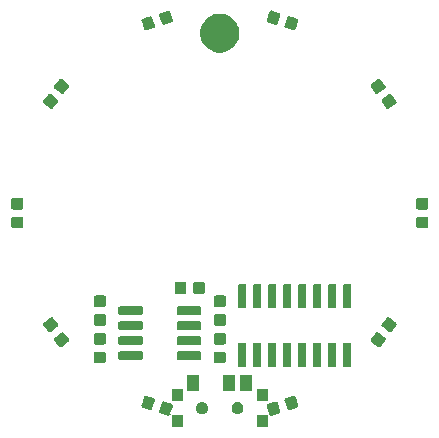
<source format=gbr>
G04 #@! TF.GenerationSoftware,KiCad,Pcbnew,(5.1.5-0-10_14)*
G04 #@! TF.CreationDate,2021-02-20T09:37:57-07:00*
G04 #@! TF.ProjectId,number_1_good_boy,6e756d62-6572-45f3-915f-676f6f645f62,rev?*
G04 #@! TF.SameCoordinates,Original*
G04 #@! TF.FileFunction,Soldermask,Top*
G04 #@! TF.FilePolarity,Negative*
%FSLAX46Y46*%
G04 Gerber Fmt 4.6, Leading zero omitted, Abs format (unit mm)*
G04 Created by KiCad (PCBNEW (5.1.5-0-10_14)) date 2021-02-20 09:37:57*
%MOMM*%
%LPD*%
G04 APERTURE LIST*
%ADD10C,0.100000*%
G04 APERTURE END LIST*
D10*
G36*
X4794167Y-15953614D02*
G01*
X4827240Y-15966559D01*
X4857146Y-15985703D01*
X4882744Y-16010314D01*
X4903048Y-16039447D01*
X4919754Y-16077638D01*
X5128716Y-16720755D01*
X5137649Y-16761469D01*
X5138345Y-16796975D01*
X5132104Y-16831928D01*
X5119159Y-16865003D01*
X5100017Y-16894906D01*
X5075404Y-16920505D01*
X5046271Y-16940809D01*
X5008080Y-16957515D01*
X4954482Y-16974930D01*
X4489891Y-17125885D01*
X4489888Y-17125886D01*
X4436292Y-17143300D01*
X4395578Y-17152233D01*
X4360072Y-17152929D01*
X4325119Y-17146688D01*
X4292046Y-17133743D01*
X4261564Y-17114230D01*
X4243390Y-17099903D01*
X4221556Y-17088779D01*
X4197972Y-17082127D01*
X4173543Y-17080205D01*
X4149209Y-17083086D01*
X4125905Y-17090658D01*
X4104525Y-17102631D01*
X4085892Y-17118546D01*
X4070722Y-17137789D01*
X4059598Y-17159623D01*
X4052946Y-17183207D01*
X4051000Y-17205180D01*
X4051000Y-18111000D01*
X3149000Y-18111000D01*
X3149000Y-17109000D01*
X4055538Y-17109000D01*
X4079924Y-17106598D01*
X4103373Y-17099485D01*
X4124984Y-17087934D01*
X4143926Y-17072389D01*
X4159471Y-17053447D01*
X4171022Y-17031836D01*
X4178135Y-17008387D01*
X4180537Y-16984001D01*
X4178135Y-16959615D01*
X4174419Y-16945374D01*
X3990570Y-16379547D01*
X3981637Y-16338833D01*
X3980941Y-16303327D01*
X3987182Y-16268374D01*
X4000127Y-16235299D01*
X4019269Y-16205396D01*
X4043882Y-16179797D01*
X4073015Y-16159493D01*
X4093526Y-16150521D01*
X4114906Y-16138547D01*
X4133538Y-16122633D01*
X4143218Y-16110353D01*
X4151613Y-16112900D01*
X4175999Y-16115302D01*
X4200385Y-16112900D01*
X4214623Y-16109185D01*
X4629395Y-15974417D01*
X4629399Y-15974416D01*
X4682994Y-15957002D01*
X4723708Y-15948069D01*
X4759214Y-15947373D01*
X4794167Y-15953614D01*
G37*
G36*
X-4723708Y-15948069D02*
G01*
X-4682994Y-15957002D01*
X-4629399Y-15974416D01*
X-4629395Y-15974417D01*
X-4214624Y-16109184D01*
X-4190691Y-16114436D01*
X-4166192Y-16114917D01*
X-4142991Y-16110774D01*
X-4131819Y-16124387D01*
X-4112877Y-16139932D01*
X-4093526Y-16150521D01*
X-4073015Y-16159493D01*
X-4043882Y-16179797D01*
X-4019271Y-16205395D01*
X-4000127Y-16235301D01*
X-3987182Y-16268374D01*
X-3980941Y-16303327D01*
X-3981637Y-16338833D01*
X-3990570Y-16379547D01*
X-4174419Y-16945374D01*
X-4179671Y-16969309D01*
X-4180152Y-16993808D01*
X-4175844Y-17017931D01*
X-4166913Y-17040749D01*
X-4153702Y-17061387D01*
X-4136718Y-17079051D01*
X-4116615Y-17093062D01*
X-4094165Y-17102882D01*
X-4070230Y-17108134D01*
X-4055538Y-17109000D01*
X-3149000Y-17109000D01*
X-3149000Y-18111000D01*
X-4051000Y-18111000D01*
X-4051000Y-17205180D01*
X-4053402Y-17180794D01*
X-4060515Y-17157345D01*
X-4072066Y-17135734D01*
X-4087611Y-17116792D01*
X-4106553Y-17101247D01*
X-4128164Y-17089696D01*
X-4151613Y-17082583D01*
X-4175999Y-17080181D01*
X-4200385Y-17082583D01*
X-4223834Y-17089696D01*
X-4245445Y-17101247D01*
X-4261672Y-17114300D01*
X-4292044Y-17133743D01*
X-4325119Y-17146688D01*
X-4360072Y-17152929D01*
X-4395578Y-17152233D01*
X-4436292Y-17143300D01*
X-4489888Y-17125886D01*
X-4489891Y-17125885D01*
X-4954482Y-16974930D01*
X-5008080Y-16957515D01*
X-5046271Y-16940809D01*
X-5075404Y-16920505D01*
X-5100015Y-16894907D01*
X-5119159Y-16865001D01*
X-5132104Y-16831928D01*
X-5138345Y-16796975D01*
X-5137649Y-16761469D01*
X-5128716Y-16720755D01*
X-4919754Y-16077638D01*
X-4903048Y-16039447D01*
X-4882744Y-16010314D01*
X-4857145Y-15985701D01*
X-4827242Y-15966559D01*
X-4794167Y-15953614D01*
X-4759214Y-15947373D01*
X-4723708Y-15948069D01*
G37*
G36*
X-1402260Y-16018627D02*
G01*
X-1353864Y-16028253D01*
X-1326840Y-16039447D01*
X-1262689Y-16066019D01*
X-1221938Y-16093248D01*
X-1180631Y-16120848D01*
X-1110848Y-16190631D01*
X-1100276Y-16206454D01*
X-1056019Y-16272689D01*
X-1035498Y-16322231D01*
X-1018253Y-16363864D01*
X-1013775Y-16386376D01*
X-1000302Y-16454107D01*
X-999000Y-16460656D01*
X-999000Y-16559344D01*
X-1018253Y-16656136D01*
X-1019848Y-16659986D01*
X-1056019Y-16747311D01*
X-1056020Y-16747312D01*
X-1110848Y-16829369D01*
X-1180631Y-16899152D01*
X-1221938Y-16926752D01*
X-1262689Y-16953981D01*
X-1313265Y-16974930D01*
X-1353864Y-16991747D01*
X-1402260Y-17001374D01*
X-1450655Y-17011000D01*
X-1549345Y-17011000D01*
X-1597740Y-17001374D01*
X-1646136Y-16991747D01*
X-1686735Y-16974930D01*
X-1737311Y-16953981D01*
X-1778062Y-16926752D01*
X-1819369Y-16899152D01*
X-1889152Y-16829369D01*
X-1943980Y-16747312D01*
X-1943981Y-16747311D01*
X-1980152Y-16659986D01*
X-1981747Y-16656136D01*
X-2001000Y-16559344D01*
X-2001000Y-16460656D01*
X-1999697Y-16454107D01*
X-1986225Y-16386376D01*
X-1981747Y-16363864D01*
X-1964502Y-16322231D01*
X-1943981Y-16272689D01*
X-1899724Y-16206454D01*
X-1889152Y-16190631D01*
X-1819369Y-16120848D01*
X-1778062Y-16093248D01*
X-1737311Y-16066019D01*
X-1673160Y-16039447D01*
X-1646136Y-16028253D01*
X-1597740Y-16018627D01*
X-1549345Y-16009000D01*
X-1450655Y-16009000D01*
X-1402260Y-16018627D01*
G37*
G36*
X1597740Y-16018627D02*
G01*
X1646136Y-16028253D01*
X1673160Y-16039447D01*
X1737311Y-16066019D01*
X1778062Y-16093248D01*
X1819369Y-16120848D01*
X1889152Y-16190631D01*
X1899724Y-16206454D01*
X1943981Y-16272689D01*
X1964502Y-16322231D01*
X1981747Y-16363864D01*
X1986225Y-16386376D01*
X1999698Y-16454107D01*
X2001000Y-16460656D01*
X2001000Y-16559344D01*
X1981747Y-16656136D01*
X1980152Y-16659986D01*
X1943981Y-16747311D01*
X1943980Y-16747312D01*
X1889152Y-16829369D01*
X1819369Y-16899152D01*
X1778062Y-16926752D01*
X1737311Y-16953981D01*
X1686735Y-16974930D01*
X1646136Y-16991747D01*
X1597740Y-17001374D01*
X1549345Y-17011000D01*
X1450655Y-17011000D01*
X1402260Y-17001374D01*
X1353864Y-16991747D01*
X1313265Y-16974930D01*
X1262689Y-16953981D01*
X1221938Y-16926752D01*
X1180631Y-16899152D01*
X1110848Y-16829369D01*
X1056020Y-16747312D01*
X1056019Y-16747311D01*
X1019848Y-16659986D01*
X1018253Y-16656136D01*
X999000Y-16559344D01*
X999000Y-16460656D01*
X1000303Y-16454107D01*
X1013775Y-16386376D01*
X1018253Y-16363864D01*
X1035498Y-16322231D01*
X1056019Y-16272689D01*
X1100276Y-16206454D01*
X1110848Y-16190631D01*
X1180631Y-16120848D01*
X1221938Y-16093248D01*
X1262689Y-16066019D01*
X1326840Y-16039447D01*
X1353864Y-16028253D01*
X1402260Y-16018627D01*
X1450655Y-16009000D01*
X1549345Y-16009000D01*
X1597740Y-16018627D01*
G37*
G36*
X-6221622Y-15461367D02*
G01*
X-6180908Y-15470300D01*
X-6127312Y-15487714D01*
X-6127309Y-15487715D01*
X-5927168Y-15552745D01*
X-5609120Y-15656085D01*
X-5570929Y-15672791D01*
X-5541796Y-15693095D01*
X-5517185Y-15718693D01*
X-5498041Y-15748599D01*
X-5485096Y-15781672D01*
X-5478855Y-15816625D01*
X-5479551Y-15852131D01*
X-5488484Y-15892845D01*
X-5697446Y-16535962D01*
X-5714152Y-16574153D01*
X-5734456Y-16603286D01*
X-5760055Y-16627899D01*
X-5789958Y-16647041D01*
X-5823033Y-16659986D01*
X-5857986Y-16666227D01*
X-5893492Y-16665531D01*
X-5934206Y-16656598D01*
X-5987802Y-16639184D01*
X-5987805Y-16639183D01*
X-6452396Y-16488228D01*
X-6505994Y-16470813D01*
X-6544185Y-16454107D01*
X-6573318Y-16433803D01*
X-6597929Y-16408205D01*
X-6617073Y-16378299D01*
X-6630018Y-16345226D01*
X-6636259Y-16310273D01*
X-6635563Y-16274767D01*
X-6626630Y-16234053D01*
X-6417668Y-15590936D01*
X-6400962Y-15552745D01*
X-6380658Y-15523612D01*
X-6355059Y-15498999D01*
X-6325156Y-15479857D01*
X-6292081Y-15466912D01*
X-6257128Y-15460671D01*
X-6221622Y-15461367D01*
G37*
G36*
X6292081Y-15466912D02*
G01*
X6325154Y-15479857D01*
X6355060Y-15499001D01*
X6380658Y-15523612D01*
X6400962Y-15552745D01*
X6417668Y-15590936D01*
X6626630Y-16234053D01*
X6635563Y-16274767D01*
X6636259Y-16310273D01*
X6630018Y-16345226D01*
X6617073Y-16378301D01*
X6597931Y-16408204D01*
X6573318Y-16433803D01*
X6544185Y-16454107D01*
X6505994Y-16470813D01*
X6452396Y-16488228D01*
X5987805Y-16639183D01*
X5987802Y-16639184D01*
X5934206Y-16656598D01*
X5893492Y-16665531D01*
X5857986Y-16666227D01*
X5823033Y-16659986D01*
X5789960Y-16647041D01*
X5760054Y-16627897D01*
X5734456Y-16603286D01*
X5714152Y-16574153D01*
X5697446Y-16535962D01*
X5488484Y-15892845D01*
X5479551Y-15852131D01*
X5478855Y-15816625D01*
X5485096Y-15781672D01*
X5498041Y-15748597D01*
X5517183Y-15718694D01*
X5541796Y-15693095D01*
X5570929Y-15672791D01*
X5609120Y-15656085D01*
X5927168Y-15552745D01*
X6127309Y-15487715D01*
X6127312Y-15487714D01*
X6180908Y-15470300D01*
X6221622Y-15461367D01*
X6257128Y-15460671D01*
X6292081Y-15466912D01*
G37*
G36*
X-3149000Y-15911000D02*
G01*
X-4043431Y-15911000D01*
X-4051000Y-15911746D01*
X-4051000Y-14909000D01*
X-3149000Y-14909000D01*
X-3149000Y-15911000D01*
G37*
G36*
X4051000Y-15911670D02*
G01*
X4043431Y-15911000D01*
X3149000Y-15911000D01*
X3149000Y-14909000D01*
X4051000Y-14909000D01*
X4051000Y-15911670D01*
G37*
G36*
X1251000Y-15061000D02*
G01*
X249000Y-15061000D01*
X249000Y-13709000D01*
X1251000Y-13709000D01*
X1251000Y-15061000D01*
G37*
G36*
X-1749000Y-15061000D02*
G01*
X-2751000Y-15061000D01*
X-2751000Y-13709000D01*
X-1749000Y-13709000D01*
X-1749000Y-15061000D01*
G37*
G36*
X2751000Y-15061000D02*
G01*
X1749000Y-15061000D01*
X1749000Y-13709000D01*
X2751000Y-13709000D01*
X2751000Y-15061000D01*
G37*
G36*
X11054928Y-10976764D02*
G01*
X11076009Y-10983160D01*
X11095445Y-10993548D01*
X11112476Y-11007524D01*
X11126452Y-11024555D01*
X11136840Y-11043991D01*
X11143236Y-11065072D01*
X11146000Y-11093140D01*
X11146000Y-12906860D01*
X11143236Y-12934928D01*
X11136840Y-12956009D01*
X11126452Y-12975445D01*
X11112476Y-12992476D01*
X11095445Y-13006452D01*
X11076009Y-13016840D01*
X11054928Y-13023236D01*
X11026860Y-13026000D01*
X10563140Y-13026000D01*
X10535072Y-13023236D01*
X10513991Y-13016840D01*
X10494555Y-13006452D01*
X10477524Y-12992476D01*
X10463548Y-12975445D01*
X10453160Y-12956009D01*
X10446764Y-12934928D01*
X10444000Y-12906860D01*
X10444000Y-11093140D01*
X10446764Y-11065072D01*
X10453160Y-11043991D01*
X10463548Y-11024555D01*
X10477524Y-11007524D01*
X10494555Y-10993548D01*
X10513991Y-10983160D01*
X10535072Y-10976764D01*
X10563140Y-10974000D01*
X11026860Y-10974000D01*
X11054928Y-10976764D01*
G37*
G36*
X9784928Y-10976764D02*
G01*
X9806009Y-10983160D01*
X9825445Y-10993548D01*
X9842476Y-11007524D01*
X9856452Y-11024555D01*
X9866840Y-11043991D01*
X9873236Y-11065072D01*
X9876000Y-11093140D01*
X9876000Y-12906860D01*
X9873236Y-12934928D01*
X9866840Y-12956009D01*
X9856452Y-12975445D01*
X9842476Y-12992476D01*
X9825445Y-13006452D01*
X9806009Y-13016840D01*
X9784928Y-13023236D01*
X9756860Y-13026000D01*
X9293140Y-13026000D01*
X9265072Y-13023236D01*
X9243991Y-13016840D01*
X9224555Y-13006452D01*
X9207524Y-12992476D01*
X9193548Y-12975445D01*
X9183160Y-12956009D01*
X9176764Y-12934928D01*
X9174000Y-12906860D01*
X9174000Y-11093140D01*
X9176764Y-11065072D01*
X9183160Y-11043991D01*
X9193548Y-11024555D01*
X9207524Y-11007524D01*
X9224555Y-10993548D01*
X9243991Y-10983160D01*
X9265072Y-10976764D01*
X9293140Y-10974000D01*
X9756860Y-10974000D01*
X9784928Y-10976764D01*
G37*
G36*
X8514928Y-10976764D02*
G01*
X8536009Y-10983160D01*
X8555445Y-10993548D01*
X8572476Y-11007524D01*
X8586452Y-11024555D01*
X8596840Y-11043991D01*
X8603236Y-11065072D01*
X8606000Y-11093140D01*
X8606000Y-12906860D01*
X8603236Y-12934928D01*
X8596840Y-12956009D01*
X8586452Y-12975445D01*
X8572476Y-12992476D01*
X8555445Y-13006452D01*
X8536009Y-13016840D01*
X8514928Y-13023236D01*
X8486860Y-13026000D01*
X8023140Y-13026000D01*
X7995072Y-13023236D01*
X7973991Y-13016840D01*
X7954555Y-13006452D01*
X7937524Y-12992476D01*
X7923548Y-12975445D01*
X7913160Y-12956009D01*
X7906764Y-12934928D01*
X7904000Y-12906860D01*
X7904000Y-11093140D01*
X7906764Y-11065072D01*
X7913160Y-11043991D01*
X7923548Y-11024555D01*
X7937524Y-11007524D01*
X7954555Y-10993548D01*
X7973991Y-10983160D01*
X7995072Y-10976764D01*
X8023140Y-10974000D01*
X8486860Y-10974000D01*
X8514928Y-10976764D01*
G37*
G36*
X7244928Y-10976764D02*
G01*
X7266009Y-10983160D01*
X7285445Y-10993548D01*
X7302476Y-11007524D01*
X7316452Y-11024555D01*
X7326840Y-11043991D01*
X7333236Y-11065072D01*
X7336000Y-11093140D01*
X7336000Y-12906860D01*
X7333236Y-12934928D01*
X7326840Y-12956009D01*
X7316452Y-12975445D01*
X7302476Y-12992476D01*
X7285445Y-13006452D01*
X7266009Y-13016840D01*
X7244928Y-13023236D01*
X7216860Y-13026000D01*
X6753140Y-13026000D01*
X6725072Y-13023236D01*
X6703991Y-13016840D01*
X6684555Y-13006452D01*
X6667524Y-12992476D01*
X6653548Y-12975445D01*
X6643160Y-12956009D01*
X6636764Y-12934928D01*
X6634000Y-12906860D01*
X6634000Y-11093140D01*
X6636764Y-11065072D01*
X6643160Y-11043991D01*
X6653548Y-11024555D01*
X6667524Y-11007524D01*
X6684555Y-10993548D01*
X6703991Y-10983160D01*
X6725072Y-10976764D01*
X6753140Y-10974000D01*
X7216860Y-10974000D01*
X7244928Y-10976764D01*
G37*
G36*
X5974928Y-10976764D02*
G01*
X5996009Y-10983160D01*
X6015445Y-10993548D01*
X6032476Y-11007524D01*
X6046452Y-11024555D01*
X6056840Y-11043991D01*
X6063236Y-11065072D01*
X6066000Y-11093140D01*
X6066000Y-12906860D01*
X6063236Y-12934928D01*
X6056840Y-12956009D01*
X6046452Y-12975445D01*
X6032476Y-12992476D01*
X6015445Y-13006452D01*
X5996009Y-13016840D01*
X5974928Y-13023236D01*
X5946860Y-13026000D01*
X5483140Y-13026000D01*
X5455072Y-13023236D01*
X5433991Y-13016840D01*
X5414555Y-13006452D01*
X5397524Y-12992476D01*
X5383548Y-12975445D01*
X5373160Y-12956009D01*
X5366764Y-12934928D01*
X5364000Y-12906860D01*
X5364000Y-11093140D01*
X5366764Y-11065072D01*
X5373160Y-11043991D01*
X5383548Y-11024555D01*
X5397524Y-11007524D01*
X5414555Y-10993548D01*
X5433991Y-10983160D01*
X5455072Y-10976764D01*
X5483140Y-10974000D01*
X5946860Y-10974000D01*
X5974928Y-10976764D01*
G37*
G36*
X4704928Y-10976764D02*
G01*
X4726009Y-10983160D01*
X4745445Y-10993548D01*
X4762476Y-11007524D01*
X4776452Y-11024555D01*
X4786840Y-11043991D01*
X4793236Y-11065072D01*
X4796000Y-11093140D01*
X4796000Y-12906860D01*
X4793236Y-12934928D01*
X4786840Y-12956009D01*
X4776452Y-12975445D01*
X4762476Y-12992476D01*
X4745445Y-13006452D01*
X4726009Y-13016840D01*
X4704928Y-13023236D01*
X4676860Y-13026000D01*
X4213140Y-13026000D01*
X4185072Y-13023236D01*
X4163991Y-13016840D01*
X4144555Y-13006452D01*
X4127524Y-12992476D01*
X4113548Y-12975445D01*
X4103160Y-12956009D01*
X4096764Y-12934928D01*
X4094000Y-12906860D01*
X4094000Y-11093140D01*
X4096764Y-11065072D01*
X4103160Y-11043991D01*
X4113548Y-11024555D01*
X4127524Y-11007524D01*
X4144555Y-10993548D01*
X4163991Y-10983160D01*
X4185072Y-10976764D01*
X4213140Y-10974000D01*
X4676860Y-10974000D01*
X4704928Y-10976764D01*
G37*
G36*
X3434928Y-10976764D02*
G01*
X3456009Y-10983160D01*
X3475445Y-10993548D01*
X3492476Y-11007524D01*
X3506452Y-11024555D01*
X3516840Y-11043991D01*
X3523236Y-11065072D01*
X3526000Y-11093140D01*
X3526000Y-12906860D01*
X3523236Y-12934928D01*
X3516840Y-12956009D01*
X3506452Y-12975445D01*
X3492476Y-12992476D01*
X3475445Y-13006452D01*
X3456009Y-13016840D01*
X3434928Y-13023236D01*
X3406860Y-13026000D01*
X2943140Y-13026000D01*
X2915072Y-13023236D01*
X2893991Y-13016840D01*
X2874555Y-13006452D01*
X2857524Y-12992476D01*
X2843548Y-12975445D01*
X2833160Y-12956009D01*
X2826764Y-12934928D01*
X2824000Y-12906860D01*
X2824000Y-11093140D01*
X2826764Y-11065072D01*
X2833160Y-11043991D01*
X2843548Y-11024555D01*
X2857524Y-11007524D01*
X2874555Y-10993548D01*
X2893991Y-10983160D01*
X2915072Y-10976764D01*
X2943140Y-10974000D01*
X3406860Y-10974000D01*
X3434928Y-10976764D01*
G37*
G36*
X2164928Y-10976764D02*
G01*
X2186009Y-10983160D01*
X2205445Y-10993548D01*
X2222476Y-11007524D01*
X2236452Y-11024555D01*
X2246840Y-11043991D01*
X2253236Y-11065072D01*
X2256000Y-11093140D01*
X2256000Y-12906860D01*
X2253236Y-12934928D01*
X2246840Y-12956009D01*
X2236452Y-12975445D01*
X2222476Y-12992476D01*
X2205445Y-13006452D01*
X2186009Y-13016840D01*
X2164928Y-13023236D01*
X2136860Y-13026000D01*
X1673140Y-13026000D01*
X1645072Y-13023236D01*
X1623991Y-13016840D01*
X1604555Y-13006452D01*
X1587524Y-12992476D01*
X1573548Y-12975445D01*
X1563160Y-12956009D01*
X1556764Y-12934928D01*
X1554000Y-12906860D01*
X1554000Y-11093140D01*
X1556764Y-11065072D01*
X1563160Y-11043991D01*
X1573548Y-11024555D01*
X1587524Y-11007524D01*
X1604555Y-10993548D01*
X1623991Y-10983160D01*
X1645072Y-10976764D01*
X1673140Y-10974000D01*
X2136860Y-10974000D01*
X2164928Y-10976764D01*
G37*
G36*
X-9780409Y-11733085D02*
G01*
X-9746431Y-11743393D01*
X-9715110Y-11760134D01*
X-9687661Y-11782661D01*
X-9665134Y-11810110D01*
X-9648393Y-11841431D01*
X-9638085Y-11875409D01*
X-9634000Y-11916890D01*
X-9634000Y-12518110D01*
X-9638085Y-12559591D01*
X-9648393Y-12593569D01*
X-9665134Y-12624890D01*
X-9687661Y-12652339D01*
X-9715110Y-12674866D01*
X-9746431Y-12691607D01*
X-9780409Y-12701915D01*
X-9821890Y-12706000D01*
X-10498110Y-12706000D01*
X-10539591Y-12701915D01*
X-10573569Y-12691607D01*
X-10604890Y-12674866D01*
X-10632339Y-12652339D01*
X-10654866Y-12624890D01*
X-10671607Y-12593569D01*
X-10681915Y-12559591D01*
X-10686000Y-12518110D01*
X-10686000Y-11916890D01*
X-10681915Y-11875409D01*
X-10671607Y-11841431D01*
X-10654866Y-11810110D01*
X-10632339Y-11782661D01*
X-10604890Y-11760134D01*
X-10573569Y-11743393D01*
X-10539591Y-11733085D01*
X-10498110Y-11729000D01*
X-9821890Y-11729000D01*
X-9780409Y-11733085D01*
G37*
G36*
X379591Y-11733085D02*
G01*
X413569Y-11743393D01*
X444890Y-11760134D01*
X472339Y-11782661D01*
X494866Y-11810110D01*
X511607Y-11841431D01*
X521915Y-11875409D01*
X526000Y-11916890D01*
X526000Y-12518110D01*
X521915Y-12559591D01*
X511607Y-12593569D01*
X494866Y-12624890D01*
X472339Y-12652339D01*
X444890Y-12674866D01*
X413569Y-12691607D01*
X379591Y-12701915D01*
X338110Y-12706000D01*
X-338110Y-12706000D01*
X-379591Y-12701915D01*
X-413569Y-12691607D01*
X-444890Y-12674866D01*
X-472339Y-12652339D01*
X-494866Y-12624890D01*
X-511607Y-12593569D01*
X-521915Y-12559591D01*
X-526000Y-12518110D01*
X-526000Y-11916890D01*
X-521915Y-11875409D01*
X-511607Y-11841431D01*
X-494866Y-11810110D01*
X-472339Y-11782661D01*
X-444890Y-11760134D01*
X-413569Y-11743393D01*
X-379591Y-11733085D01*
X-338110Y-11729000D01*
X338110Y-11729000D01*
X379591Y-11733085D01*
G37*
G36*
X-6620072Y-11716764D02*
G01*
X-6598991Y-11723160D01*
X-6579555Y-11733548D01*
X-6562524Y-11747524D01*
X-6548548Y-11764555D01*
X-6538160Y-11783991D01*
X-6531764Y-11805072D01*
X-6529000Y-11833140D01*
X-6529000Y-12296860D01*
X-6531764Y-12324928D01*
X-6538160Y-12346009D01*
X-6548548Y-12365445D01*
X-6562524Y-12382476D01*
X-6579555Y-12396452D01*
X-6598991Y-12406840D01*
X-6620072Y-12413236D01*
X-6648140Y-12416000D01*
X-8461860Y-12416000D01*
X-8489928Y-12413236D01*
X-8511009Y-12406840D01*
X-8530445Y-12396452D01*
X-8547476Y-12382476D01*
X-8561452Y-12365445D01*
X-8571840Y-12346009D01*
X-8578236Y-12324928D01*
X-8581000Y-12296860D01*
X-8581000Y-11833140D01*
X-8578236Y-11805072D01*
X-8571840Y-11783991D01*
X-8561452Y-11764555D01*
X-8547476Y-11747524D01*
X-8530445Y-11733548D01*
X-8511009Y-11723160D01*
X-8489928Y-11716764D01*
X-8461860Y-11714000D01*
X-6648140Y-11714000D01*
X-6620072Y-11716764D01*
G37*
G36*
X-1670072Y-11716764D02*
G01*
X-1648991Y-11723160D01*
X-1629555Y-11733548D01*
X-1612524Y-11747524D01*
X-1598548Y-11764555D01*
X-1588160Y-11783991D01*
X-1581764Y-11805072D01*
X-1579000Y-11833140D01*
X-1579000Y-12296860D01*
X-1581764Y-12324928D01*
X-1588160Y-12346009D01*
X-1598548Y-12365445D01*
X-1612524Y-12382476D01*
X-1629555Y-12396452D01*
X-1648991Y-12406840D01*
X-1670072Y-12413236D01*
X-1698140Y-12416000D01*
X-3511860Y-12416000D01*
X-3539928Y-12413236D01*
X-3561009Y-12406840D01*
X-3580445Y-12396452D01*
X-3597476Y-12382476D01*
X-3611452Y-12365445D01*
X-3621840Y-12346009D01*
X-3628236Y-12324928D01*
X-3631000Y-12296860D01*
X-3631000Y-11833140D01*
X-3628236Y-11805072D01*
X-3621840Y-11783991D01*
X-3611452Y-11764555D01*
X-3597476Y-11747524D01*
X-3580445Y-11733548D01*
X-3561009Y-11723160D01*
X-3539928Y-11716764D01*
X-3511860Y-11714000D01*
X-1698140Y-11714000D01*
X-1670072Y-11716764D01*
G37*
G36*
X13349605Y-10094249D02*
G01*
X13383156Y-10105884D01*
X13419114Y-10126959D01*
X13464712Y-10160088D01*
X13896193Y-10473577D01*
X13966192Y-10524435D01*
X13997342Y-10552115D01*
X14018780Y-10580435D01*
X14034274Y-10612379D01*
X14043241Y-10646744D01*
X14045332Y-10682194D01*
X14040467Y-10717367D01*
X14028833Y-10750915D01*
X14007754Y-10786879D01*
X13974628Y-10832473D01*
X13744295Y-11149500D01*
X13654365Y-11273277D01*
X13626681Y-11304432D01*
X13598370Y-11325863D01*
X13566420Y-11341360D01*
X13532056Y-11350327D01*
X13496606Y-11352418D01*
X13461433Y-11347553D01*
X13427882Y-11335918D01*
X13391924Y-11314843D01*
X13159532Y-11146000D01*
X12890445Y-10950497D01*
X12890443Y-10950495D01*
X12844846Y-10917367D01*
X12813696Y-10889687D01*
X12792258Y-10861367D01*
X12776764Y-10829423D01*
X12767797Y-10795058D01*
X12765706Y-10759608D01*
X12770571Y-10724435D01*
X12782205Y-10690887D01*
X12803284Y-10654923D01*
X12954520Y-10446764D01*
X13123543Y-10214124D01*
X13123545Y-10214122D01*
X13156673Y-10168525D01*
X13184357Y-10137370D01*
X13212668Y-10115939D01*
X13244618Y-10100442D01*
X13278982Y-10091475D01*
X13314432Y-10089384D01*
X13349605Y-10094249D01*
G37*
G36*
X-13278982Y-10091475D02*
G01*
X-13244617Y-10100442D01*
X-13212673Y-10115936D01*
X-13184354Y-10137373D01*
X-13156673Y-10168525D01*
X-13123545Y-10214122D01*
X-13123543Y-10214124D01*
X-12954520Y-10446764D01*
X-12803284Y-10654923D01*
X-12782205Y-10690887D01*
X-12770571Y-10724435D01*
X-12765706Y-10759608D01*
X-12767797Y-10795058D01*
X-12776764Y-10829422D01*
X-12792261Y-10861372D01*
X-12813692Y-10889684D01*
X-12844846Y-10917367D01*
X-12890443Y-10950495D01*
X-12890445Y-10950497D01*
X-13159532Y-11146000D01*
X-13391924Y-11314843D01*
X-13427882Y-11335918D01*
X-13461433Y-11347553D01*
X-13496606Y-11352418D01*
X-13532056Y-11350327D01*
X-13566421Y-11341360D01*
X-13598365Y-11325866D01*
X-13626684Y-11304429D01*
X-13654365Y-11273277D01*
X-13744294Y-11149500D01*
X-13974628Y-10832473D01*
X-14007754Y-10786879D01*
X-14028833Y-10750915D01*
X-14040467Y-10717367D01*
X-14045332Y-10682194D01*
X-14043241Y-10646744D01*
X-14034274Y-10612380D01*
X-14018777Y-10580430D01*
X-13997346Y-10552118D01*
X-13966192Y-10524435D01*
X-13896192Y-10473577D01*
X-13464712Y-10160088D01*
X-13419114Y-10126959D01*
X-13383156Y-10105884D01*
X-13349605Y-10094249D01*
X-13314432Y-10089384D01*
X-13278982Y-10091475D01*
G37*
G36*
X-6620072Y-10446764D02*
G01*
X-6598991Y-10453160D01*
X-6579555Y-10463548D01*
X-6562524Y-10477524D01*
X-6548548Y-10494555D01*
X-6538160Y-10513991D01*
X-6531764Y-10535072D01*
X-6529000Y-10563140D01*
X-6529000Y-11026860D01*
X-6531764Y-11054928D01*
X-6538160Y-11076009D01*
X-6548548Y-11095445D01*
X-6562524Y-11112476D01*
X-6579555Y-11126452D01*
X-6598991Y-11136840D01*
X-6620072Y-11143236D01*
X-6648140Y-11146000D01*
X-8461860Y-11146000D01*
X-8489928Y-11143236D01*
X-8511009Y-11136840D01*
X-8530445Y-11126452D01*
X-8547476Y-11112476D01*
X-8561452Y-11095445D01*
X-8571840Y-11076009D01*
X-8578236Y-11054928D01*
X-8581000Y-11026860D01*
X-8581000Y-10563140D01*
X-8578236Y-10535072D01*
X-8571840Y-10513991D01*
X-8561452Y-10494555D01*
X-8547476Y-10477524D01*
X-8530445Y-10463548D01*
X-8511009Y-10453160D01*
X-8489928Y-10446764D01*
X-8461860Y-10444000D01*
X-6648140Y-10444000D01*
X-6620072Y-10446764D01*
G37*
G36*
X-1670072Y-10446764D02*
G01*
X-1648991Y-10453160D01*
X-1629555Y-10463548D01*
X-1612524Y-10477524D01*
X-1598548Y-10494555D01*
X-1588160Y-10513991D01*
X-1581764Y-10535072D01*
X-1579000Y-10563140D01*
X-1579000Y-11026860D01*
X-1581764Y-11054928D01*
X-1588160Y-11076009D01*
X-1598548Y-11095445D01*
X-1612524Y-11112476D01*
X-1629555Y-11126452D01*
X-1648991Y-11136840D01*
X-1670072Y-11143236D01*
X-1698140Y-11146000D01*
X-3511860Y-11146000D01*
X-3539928Y-11143236D01*
X-3561009Y-11136840D01*
X-3580445Y-11126452D01*
X-3597476Y-11112476D01*
X-3611452Y-11095445D01*
X-3621840Y-11076009D01*
X-3628236Y-11054928D01*
X-3631000Y-11026860D01*
X-3631000Y-10563140D01*
X-3628236Y-10535072D01*
X-3621840Y-10513991D01*
X-3611452Y-10494555D01*
X-3597476Y-10477524D01*
X-3580445Y-10463548D01*
X-3561009Y-10453160D01*
X-3539928Y-10446764D01*
X-3511860Y-10444000D01*
X-1698140Y-10444000D01*
X-1670072Y-10446764D01*
G37*
G36*
X-9780409Y-10158085D02*
G01*
X-9746431Y-10168393D01*
X-9715110Y-10185134D01*
X-9687661Y-10207661D01*
X-9665134Y-10235110D01*
X-9648393Y-10266431D01*
X-9638085Y-10300409D01*
X-9634000Y-10341890D01*
X-9634000Y-10943110D01*
X-9638085Y-10984591D01*
X-9648393Y-11018569D01*
X-9665134Y-11049890D01*
X-9687661Y-11077339D01*
X-9715110Y-11099866D01*
X-9746431Y-11116607D01*
X-9780409Y-11126915D01*
X-9821890Y-11131000D01*
X-10498110Y-11131000D01*
X-10539591Y-11126915D01*
X-10573569Y-11116607D01*
X-10604890Y-11099866D01*
X-10632339Y-11077339D01*
X-10654866Y-11049890D01*
X-10671607Y-11018569D01*
X-10681915Y-10984591D01*
X-10686000Y-10943110D01*
X-10686000Y-10341890D01*
X-10681915Y-10300409D01*
X-10671607Y-10266431D01*
X-10654866Y-10235110D01*
X-10632339Y-10207661D01*
X-10604890Y-10185134D01*
X-10573569Y-10168393D01*
X-10539591Y-10158085D01*
X-10498110Y-10154000D01*
X-9821890Y-10154000D01*
X-9780409Y-10158085D01*
G37*
G36*
X379591Y-10158085D02*
G01*
X413569Y-10168393D01*
X444890Y-10185134D01*
X472339Y-10207661D01*
X494866Y-10235110D01*
X511607Y-10266431D01*
X521915Y-10300409D01*
X526000Y-10341890D01*
X526000Y-10943110D01*
X521915Y-10984591D01*
X511607Y-11018569D01*
X494866Y-11049890D01*
X472339Y-11077339D01*
X444890Y-11099866D01*
X413569Y-11116607D01*
X379591Y-11126915D01*
X338110Y-11131000D01*
X-338110Y-11131000D01*
X-379591Y-11126915D01*
X-413569Y-11116607D01*
X-444890Y-11099866D01*
X-472339Y-11077339D01*
X-494866Y-11049890D01*
X-511607Y-11018569D01*
X-521915Y-10984591D01*
X-526000Y-10943110D01*
X-526000Y-10341890D01*
X-521915Y-10300409D01*
X-511607Y-10266431D01*
X-494866Y-10235110D01*
X-472339Y-10207661D01*
X-444890Y-10185134D01*
X-413569Y-10168393D01*
X-379591Y-10158085D01*
X-338110Y-10154000D01*
X338110Y-10154000D01*
X379591Y-10158085D01*
G37*
G36*
X14275367Y-8820047D02*
G01*
X14308918Y-8831682D01*
X14344876Y-8852757D01*
X14390474Y-8885886D01*
X14833171Y-9207524D01*
X14891954Y-9250233D01*
X14923104Y-9277913D01*
X14944542Y-9306233D01*
X14960036Y-9338177D01*
X14969003Y-9372542D01*
X14971094Y-9407992D01*
X14966229Y-9443165D01*
X14954595Y-9476713D01*
X14933516Y-9512677D01*
X14900390Y-9558271D01*
X14669547Y-9876000D01*
X14580127Y-9999075D01*
X14552443Y-10030230D01*
X14524132Y-10051661D01*
X14492182Y-10067158D01*
X14457818Y-10076125D01*
X14422368Y-10078216D01*
X14387195Y-10073351D01*
X14353644Y-10061716D01*
X14317686Y-10040641D01*
X14050368Y-9846423D01*
X13816207Y-9676295D01*
X13816205Y-9676293D01*
X13770608Y-9643165D01*
X13739458Y-9615485D01*
X13718020Y-9587165D01*
X13702526Y-9555221D01*
X13693559Y-9520856D01*
X13691468Y-9485406D01*
X13696333Y-9450233D01*
X13707967Y-9416685D01*
X13729046Y-9380721D01*
X13813070Y-9265072D01*
X14049305Y-8939922D01*
X14049307Y-8939920D01*
X14082435Y-8894323D01*
X14110119Y-8863168D01*
X14138430Y-8841737D01*
X14170380Y-8826240D01*
X14204744Y-8817273D01*
X14240194Y-8815182D01*
X14275367Y-8820047D01*
G37*
G36*
X-14204744Y-8817273D02*
G01*
X-14170379Y-8826240D01*
X-14138435Y-8841734D01*
X-14110116Y-8863171D01*
X-14082435Y-8894323D01*
X-14049307Y-8939920D01*
X-14049305Y-8939922D01*
X-13813070Y-9265072D01*
X-13729046Y-9380721D01*
X-13707967Y-9416685D01*
X-13696333Y-9450233D01*
X-13691468Y-9485406D01*
X-13693559Y-9520856D01*
X-13702526Y-9555220D01*
X-13718023Y-9587170D01*
X-13739454Y-9615482D01*
X-13770608Y-9643165D01*
X-13816205Y-9676293D01*
X-13816207Y-9676295D01*
X-14050368Y-9846423D01*
X-14317686Y-10040641D01*
X-14353644Y-10061716D01*
X-14387195Y-10073351D01*
X-14422368Y-10078216D01*
X-14457818Y-10076125D01*
X-14492183Y-10067158D01*
X-14524127Y-10051664D01*
X-14552446Y-10030227D01*
X-14580127Y-9999075D01*
X-14669546Y-9876000D01*
X-14900390Y-9558271D01*
X-14933516Y-9512677D01*
X-14954595Y-9476713D01*
X-14966229Y-9443165D01*
X-14971094Y-9407992D01*
X-14969003Y-9372542D01*
X-14960036Y-9338178D01*
X-14944539Y-9306228D01*
X-14923108Y-9277916D01*
X-14891954Y-9250233D01*
X-14833170Y-9207524D01*
X-14390474Y-8885886D01*
X-14344876Y-8852757D01*
X-14308918Y-8831682D01*
X-14275367Y-8820047D01*
X-14240194Y-8815182D01*
X-14204744Y-8817273D01*
G37*
G36*
X-1670072Y-9176764D02*
G01*
X-1648991Y-9183160D01*
X-1629555Y-9193548D01*
X-1612524Y-9207524D01*
X-1598548Y-9224555D01*
X-1588160Y-9243991D01*
X-1581764Y-9265072D01*
X-1579000Y-9293140D01*
X-1579000Y-9756860D01*
X-1581764Y-9784928D01*
X-1588160Y-9806009D01*
X-1598548Y-9825445D01*
X-1612524Y-9842476D01*
X-1629555Y-9856452D01*
X-1648991Y-9866840D01*
X-1670072Y-9873236D01*
X-1698140Y-9876000D01*
X-3511860Y-9876000D01*
X-3539928Y-9873236D01*
X-3561009Y-9866840D01*
X-3580445Y-9856452D01*
X-3597476Y-9842476D01*
X-3611452Y-9825445D01*
X-3621840Y-9806009D01*
X-3628236Y-9784928D01*
X-3631000Y-9756860D01*
X-3631000Y-9293140D01*
X-3628236Y-9265072D01*
X-3621840Y-9243991D01*
X-3611452Y-9224555D01*
X-3597476Y-9207524D01*
X-3580445Y-9193548D01*
X-3561009Y-9183160D01*
X-3539928Y-9176764D01*
X-3511860Y-9174000D01*
X-1698140Y-9174000D01*
X-1670072Y-9176764D01*
G37*
G36*
X-6620072Y-9176764D02*
G01*
X-6598991Y-9183160D01*
X-6579555Y-9193548D01*
X-6562524Y-9207524D01*
X-6548548Y-9224555D01*
X-6538160Y-9243991D01*
X-6531764Y-9265072D01*
X-6529000Y-9293140D01*
X-6529000Y-9756860D01*
X-6531764Y-9784928D01*
X-6538160Y-9806009D01*
X-6548548Y-9825445D01*
X-6562524Y-9842476D01*
X-6579555Y-9856452D01*
X-6598991Y-9866840D01*
X-6620072Y-9873236D01*
X-6648140Y-9876000D01*
X-8461860Y-9876000D01*
X-8489928Y-9873236D01*
X-8511009Y-9866840D01*
X-8530445Y-9856452D01*
X-8547476Y-9842476D01*
X-8561452Y-9825445D01*
X-8571840Y-9806009D01*
X-8578236Y-9784928D01*
X-8581000Y-9756860D01*
X-8581000Y-9293140D01*
X-8578236Y-9265072D01*
X-8571840Y-9243991D01*
X-8561452Y-9224555D01*
X-8547476Y-9207524D01*
X-8530445Y-9193548D01*
X-8511009Y-9183160D01*
X-8489928Y-9176764D01*
X-8461860Y-9174000D01*
X-6648140Y-9174000D01*
X-6620072Y-9176764D01*
G37*
G36*
X379591Y-8558085D02*
G01*
X413569Y-8568393D01*
X444890Y-8585134D01*
X472339Y-8607661D01*
X494866Y-8635110D01*
X511607Y-8666431D01*
X521915Y-8700409D01*
X526000Y-8741890D01*
X526000Y-9343110D01*
X521915Y-9384591D01*
X511607Y-9418569D01*
X494866Y-9449890D01*
X472339Y-9477339D01*
X444890Y-9499866D01*
X413569Y-9516607D01*
X379591Y-9526915D01*
X338110Y-9531000D01*
X-338110Y-9531000D01*
X-379591Y-9526915D01*
X-413569Y-9516607D01*
X-444890Y-9499866D01*
X-472339Y-9477339D01*
X-494866Y-9449890D01*
X-511607Y-9418569D01*
X-521915Y-9384591D01*
X-526000Y-9343110D01*
X-526000Y-8741890D01*
X-521915Y-8700409D01*
X-511607Y-8666431D01*
X-494866Y-8635110D01*
X-472339Y-8607661D01*
X-444890Y-8585134D01*
X-413569Y-8568393D01*
X-379591Y-8558085D01*
X-338110Y-8554000D01*
X338110Y-8554000D01*
X379591Y-8558085D01*
G37*
G36*
X-9780409Y-8558085D02*
G01*
X-9746431Y-8568393D01*
X-9715110Y-8585134D01*
X-9687661Y-8607661D01*
X-9665134Y-8635110D01*
X-9648393Y-8666431D01*
X-9638085Y-8700409D01*
X-9634000Y-8741890D01*
X-9634000Y-9343110D01*
X-9638085Y-9384591D01*
X-9648393Y-9418569D01*
X-9665134Y-9449890D01*
X-9687661Y-9477339D01*
X-9715110Y-9499866D01*
X-9746431Y-9516607D01*
X-9780409Y-9526915D01*
X-9821890Y-9531000D01*
X-10498110Y-9531000D01*
X-10539591Y-9526915D01*
X-10573569Y-9516607D01*
X-10604890Y-9499866D01*
X-10632339Y-9477339D01*
X-10654866Y-9449890D01*
X-10671607Y-9418569D01*
X-10681915Y-9384591D01*
X-10686000Y-9343110D01*
X-10686000Y-8741890D01*
X-10681915Y-8700409D01*
X-10671607Y-8666431D01*
X-10654866Y-8635110D01*
X-10632339Y-8607661D01*
X-10604890Y-8585134D01*
X-10573569Y-8568393D01*
X-10539591Y-8558085D01*
X-10498110Y-8554000D01*
X-9821890Y-8554000D01*
X-9780409Y-8558085D01*
G37*
G36*
X-1670072Y-7906764D02*
G01*
X-1648991Y-7913160D01*
X-1629555Y-7923548D01*
X-1612524Y-7937524D01*
X-1598548Y-7954555D01*
X-1588160Y-7973991D01*
X-1581764Y-7995072D01*
X-1579000Y-8023140D01*
X-1579000Y-8486860D01*
X-1581764Y-8514928D01*
X-1588160Y-8536009D01*
X-1598548Y-8555445D01*
X-1612524Y-8572476D01*
X-1629555Y-8586452D01*
X-1648991Y-8596840D01*
X-1670072Y-8603236D01*
X-1698140Y-8606000D01*
X-3511860Y-8606000D01*
X-3539928Y-8603236D01*
X-3561009Y-8596840D01*
X-3580445Y-8586452D01*
X-3597476Y-8572476D01*
X-3611452Y-8555445D01*
X-3621840Y-8536009D01*
X-3628236Y-8514928D01*
X-3631000Y-8486860D01*
X-3631000Y-8023140D01*
X-3628236Y-7995072D01*
X-3621840Y-7973991D01*
X-3611452Y-7954555D01*
X-3597476Y-7937524D01*
X-3580445Y-7923548D01*
X-3561009Y-7913160D01*
X-3539928Y-7906764D01*
X-3511860Y-7904000D01*
X-1698140Y-7904000D01*
X-1670072Y-7906764D01*
G37*
G36*
X-6620072Y-7906764D02*
G01*
X-6598991Y-7913160D01*
X-6579555Y-7923548D01*
X-6562524Y-7937524D01*
X-6548548Y-7954555D01*
X-6538160Y-7973991D01*
X-6531764Y-7995072D01*
X-6529000Y-8023140D01*
X-6529000Y-8486860D01*
X-6531764Y-8514928D01*
X-6538160Y-8536009D01*
X-6548548Y-8555445D01*
X-6562524Y-8572476D01*
X-6579555Y-8586452D01*
X-6598991Y-8596840D01*
X-6620072Y-8603236D01*
X-6648140Y-8606000D01*
X-8461860Y-8606000D01*
X-8489928Y-8603236D01*
X-8511009Y-8596840D01*
X-8530445Y-8586452D01*
X-8547476Y-8572476D01*
X-8561452Y-8555445D01*
X-8571840Y-8536009D01*
X-8578236Y-8514928D01*
X-8581000Y-8486860D01*
X-8581000Y-8023140D01*
X-8578236Y-7995072D01*
X-8571840Y-7973991D01*
X-8561452Y-7954555D01*
X-8547476Y-7937524D01*
X-8530445Y-7923548D01*
X-8511009Y-7913160D01*
X-8489928Y-7906764D01*
X-8461860Y-7904000D01*
X-6648140Y-7904000D01*
X-6620072Y-7906764D01*
G37*
G36*
X2164928Y-6026764D02*
G01*
X2186009Y-6033160D01*
X2205445Y-6043548D01*
X2222476Y-6057524D01*
X2236452Y-6074555D01*
X2246840Y-6093991D01*
X2253236Y-6115072D01*
X2256000Y-6143140D01*
X2256000Y-7956860D01*
X2253236Y-7984928D01*
X2246840Y-8006009D01*
X2236452Y-8025445D01*
X2222476Y-8042476D01*
X2205445Y-8056452D01*
X2186009Y-8066840D01*
X2164928Y-8073236D01*
X2136860Y-8076000D01*
X1673140Y-8076000D01*
X1645072Y-8073236D01*
X1623991Y-8066840D01*
X1604555Y-8056452D01*
X1587524Y-8042476D01*
X1573548Y-8025445D01*
X1563160Y-8006009D01*
X1556764Y-7984928D01*
X1554000Y-7956860D01*
X1554000Y-6143140D01*
X1556764Y-6115072D01*
X1563160Y-6093991D01*
X1573548Y-6074555D01*
X1587524Y-6057524D01*
X1604555Y-6043548D01*
X1623991Y-6033160D01*
X1645072Y-6026764D01*
X1673140Y-6024000D01*
X2136860Y-6024000D01*
X2164928Y-6026764D01*
G37*
G36*
X7244928Y-6026764D02*
G01*
X7266009Y-6033160D01*
X7285445Y-6043548D01*
X7302476Y-6057524D01*
X7316452Y-6074555D01*
X7326840Y-6093991D01*
X7333236Y-6115072D01*
X7336000Y-6143140D01*
X7336000Y-7956860D01*
X7333236Y-7984928D01*
X7326840Y-8006009D01*
X7316452Y-8025445D01*
X7302476Y-8042476D01*
X7285445Y-8056452D01*
X7266009Y-8066840D01*
X7244928Y-8073236D01*
X7216860Y-8076000D01*
X6753140Y-8076000D01*
X6725072Y-8073236D01*
X6703991Y-8066840D01*
X6684555Y-8056452D01*
X6667524Y-8042476D01*
X6653548Y-8025445D01*
X6643160Y-8006009D01*
X6636764Y-7984928D01*
X6634000Y-7956860D01*
X6634000Y-6143140D01*
X6636764Y-6115072D01*
X6643160Y-6093991D01*
X6653548Y-6074555D01*
X6667524Y-6057524D01*
X6684555Y-6043548D01*
X6703991Y-6033160D01*
X6725072Y-6026764D01*
X6753140Y-6024000D01*
X7216860Y-6024000D01*
X7244928Y-6026764D01*
G37*
G36*
X8514928Y-6026764D02*
G01*
X8536009Y-6033160D01*
X8555445Y-6043548D01*
X8572476Y-6057524D01*
X8586452Y-6074555D01*
X8596840Y-6093991D01*
X8603236Y-6115072D01*
X8606000Y-6143140D01*
X8606000Y-7956860D01*
X8603236Y-7984928D01*
X8596840Y-8006009D01*
X8586452Y-8025445D01*
X8572476Y-8042476D01*
X8555445Y-8056452D01*
X8536009Y-8066840D01*
X8514928Y-8073236D01*
X8486860Y-8076000D01*
X8023140Y-8076000D01*
X7995072Y-8073236D01*
X7973991Y-8066840D01*
X7954555Y-8056452D01*
X7937524Y-8042476D01*
X7923548Y-8025445D01*
X7913160Y-8006009D01*
X7906764Y-7984928D01*
X7904000Y-7956860D01*
X7904000Y-6143140D01*
X7906764Y-6115072D01*
X7913160Y-6093991D01*
X7923548Y-6074555D01*
X7937524Y-6057524D01*
X7954555Y-6043548D01*
X7973991Y-6033160D01*
X7995072Y-6026764D01*
X8023140Y-6024000D01*
X8486860Y-6024000D01*
X8514928Y-6026764D01*
G37*
G36*
X9784928Y-6026764D02*
G01*
X9806009Y-6033160D01*
X9825445Y-6043548D01*
X9842476Y-6057524D01*
X9856452Y-6074555D01*
X9866840Y-6093991D01*
X9873236Y-6115072D01*
X9876000Y-6143140D01*
X9876000Y-7956860D01*
X9873236Y-7984928D01*
X9866840Y-8006009D01*
X9856452Y-8025445D01*
X9842476Y-8042476D01*
X9825445Y-8056452D01*
X9806009Y-8066840D01*
X9784928Y-8073236D01*
X9756860Y-8076000D01*
X9293140Y-8076000D01*
X9265072Y-8073236D01*
X9243991Y-8066840D01*
X9224555Y-8056452D01*
X9207524Y-8042476D01*
X9193548Y-8025445D01*
X9183160Y-8006009D01*
X9176764Y-7984928D01*
X9174000Y-7956860D01*
X9174000Y-6143140D01*
X9176764Y-6115072D01*
X9183160Y-6093991D01*
X9193548Y-6074555D01*
X9207524Y-6057524D01*
X9224555Y-6043548D01*
X9243991Y-6033160D01*
X9265072Y-6026764D01*
X9293140Y-6024000D01*
X9756860Y-6024000D01*
X9784928Y-6026764D01*
G37*
G36*
X5974928Y-6026764D02*
G01*
X5996009Y-6033160D01*
X6015445Y-6043548D01*
X6032476Y-6057524D01*
X6046452Y-6074555D01*
X6056840Y-6093991D01*
X6063236Y-6115072D01*
X6066000Y-6143140D01*
X6066000Y-7956860D01*
X6063236Y-7984928D01*
X6056840Y-8006009D01*
X6046452Y-8025445D01*
X6032476Y-8042476D01*
X6015445Y-8056452D01*
X5996009Y-8066840D01*
X5974928Y-8073236D01*
X5946860Y-8076000D01*
X5483140Y-8076000D01*
X5455072Y-8073236D01*
X5433991Y-8066840D01*
X5414555Y-8056452D01*
X5397524Y-8042476D01*
X5383548Y-8025445D01*
X5373160Y-8006009D01*
X5366764Y-7984928D01*
X5364000Y-7956860D01*
X5364000Y-6143140D01*
X5366764Y-6115072D01*
X5373160Y-6093991D01*
X5383548Y-6074555D01*
X5397524Y-6057524D01*
X5414555Y-6043548D01*
X5433991Y-6033160D01*
X5455072Y-6026764D01*
X5483140Y-6024000D01*
X5946860Y-6024000D01*
X5974928Y-6026764D01*
G37*
G36*
X4704928Y-6026764D02*
G01*
X4726009Y-6033160D01*
X4745445Y-6043548D01*
X4762476Y-6057524D01*
X4776452Y-6074555D01*
X4786840Y-6093991D01*
X4793236Y-6115072D01*
X4796000Y-6143140D01*
X4796000Y-7956860D01*
X4793236Y-7984928D01*
X4786840Y-8006009D01*
X4776452Y-8025445D01*
X4762476Y-8042476D01*
X4745445Y-8056452D01*
X4726009Y-8066840D01*
X4704928Y-8073236D01*
X4676860Y-8076000D01*
X4213140Y-8076000D01*
X4185072Y-8073236D01*
X4163991Y-8066840D01*
X4144555Y-8056452D01*
X4127524Y-8042476D01*
X4113548Y-8025445D01*
X4103160Y-8006009D01*
X4096764Y-7984928D01*
X4094000Y-7956860D01*
X4094000Y-6143140D01*
X4096764Y-6115072D01*
X4103160Y-6093991D01*
X4113548Y-6074555D01*
X4127524Y-6057524D01*
X4144555Y-6043548D01*
X4163991Y-6033160D01*
X4185072Y-6026764D01*
X4213140Y-6024000D01*
X4676860Y-6024000D01*
X4704928Y-6026764D01*
G37*
G36*
X11054928Y-6026764D02*
G01*
X11076009Y-6033160D01*
X11095445Y-6043548D01*
X11112476Y-6057524D01*
X11126452Y-6074555D01*
X11136840Y-6093991D01*
X11143236Y-6115072D01*
X11146000Y-6143140D01*
X11146000Y-7956860D01*
X11143236Y-7984928D01*
X11136840Y-8006009D01*
X11126452Y-8025445D01*
X11112476Y-8042476D01*
X11095445Y-8056452D01*
X11076009Y-8066840D01*
X11054928Y-8073236D01*
X11026860Y-8076000D01*
X10563140Y-8076000D01*
X10535072Y-8073236D01*
X10513991Y-8066840D01*
X10494555Y-8056452D01*
X10477524Y-8042476D01*
X10463548Y-8025445D01*
X10453160Y-8006009D01*
X10446764Y-7984928D01*
X10444000Y-7956860D01*
X10444000Y-6143140D01*
X10446764Y-6115072D01*
X10453160Y-6093991D01*
X10463548Y-6074555D01*
X10477524Y-6057524D01*
X10494555Y-6043548D01*
X10513991Y-6033160D01*
X10535072Y-6026764D01*
X10563140Y-6024000D01*
X11026860Y-6024000D01*
X11054928Y-6026764D01*
G37*
G36*
X3434928Y-6026764D02*
G01*
X3456009Y-6033160D01*
X3475445Y-6043548D01*
X3492476Y-6057524D01*
X3506452Y-6074555D01*
X3516840Y-6093991D01*
X3523236Y-6115072D01*
X3526000Y-6143140D01*
X3526000Y-7956860D01*
X3523236Y-7984928D01*
X3516840Y-8006009D01*
X3506452Y-8025445D01*
X3492476Y-8042476D01*
X3475445Y-8056452D01*
X3456009Y-8066840D01*
X3434928Y-8073236D01*
X3406860Y-8076000D01*
X2943140Y-8076000D01*
X2915072Y-8073236D01*
X2893991Y-8066840D01*
X2874555Y-8056452D01*
X2857524Y-8042476D01*
X2843548Y-8025445D01*
X2833160Y-8006009D01*
X2826764Y-7984928D01*
X2824000Y-7956860D01*
X2824000Y-6143140D01*
X2826764Y-6115072D01*
X2833160Y-6093991D01*
X2843548Y-6074555D01*
X2857524Y-6057524D01*
X2874555Y-6043548D01*
X2893991Y-6033160D01*
X2915072Y-6026764D01*
X2943140Y-6024000D01*
X3406860Y-6024000D01*
X3434928Y-6026764D01*
G37*
G36*
X-9780409Y-6983085D02*
G01*
X-9746431Y-6993393D01*
X-9715110Y-7010134D01*
X-9687661Y-7032661D01*
X-9665134Y-7060110D01*
X-9648393Y-7091431D01*
X-9638085Y-7125409D01*
X-9634000Y-7166890D01*
X-9634000Y-7768110D01*
X-9638085Y-7809591D01*
X-9648393Y-7843569D01*
X-9665134Y-7874890D01*
X-9687661Y-7902339D01*
X-9715110Y-7924866D01*
X-9746431Y-7941607D01*
X-9780409Y-7951915D01*
X-9821890Y-7956000D01*
X-10498110Y-7956000D01*
X-10539591Y-7951915D01*
X-10573569Y-7941607D01*
X-10604890Y-7924866D01*
X-10632339Y-7902339D01*
X-10654866Y-7874890D01*
X-10671607Y-7843569D01*
X-10681915Y-7809591D01*
X-10686000Y-7768110D01*
X-10686000Y-7166890D01*
X-10681915Y-7125409D01*
X-10671607Y-7091431D01*
X-10654866Y-7060110D01*
X-10632339Y-7032661D01*
X-10604890Y-7010134D01*
X-10573569Y-6993393D01*
X-10539591Y-6983085D01*
X-10498110Y-6979000D01*
X-9821890Y-6979000D01*
X-9780409Y-6983085D01*
G37*
G36*
X379591Y-6983085D02*
G01*
X413569Y-6993393D01*
X444890Y-7010134D01*
X472339Y-7032661D01*
X494866Y-7060110D01*
X511607Y-7091431D01*
X521915Y-7125409D01*
X526000Y-7166890D01*
X526000Y-7768110D01*
X521915Y-7809591D01*
X511607Y-7843569D01*
X494866Y-7874890D01*
X472339Y-7902339D01*
X444890Y-7924866D01*
X413569Y-7941607D01*
X379591Y-7951915D01*
X338110Y-7956000D01*
X-338110Y-7956000D01*
X-379591Y-7951915D01*
X-413569Y-7941607D01*
X-444890Y-7924866D01*
X-472339Y-7902339D01*
X-494866Y-7874890D01*
X-511607Y-7843569D01*
X-521915Y-7809591D01*
X-526000Y-7768110D01*
X-526000Y-7166890D01*
X-521915Y-7125409D01*
X-511607Y-7091431D01*
X-494866Y-7060110D01*
X-472339Y-7032661D01*
X-444890Y-7010134D01*
X-413569Y-6993393D01*
X-379591Y-6983085D01*
X-338110Y-6979000D01*
X338110Y-6979000D01*
X379591Y-6983085D01*
G37*
G36*
X-2985409Y-5828085D02*
G01*
X-2951431Y-5838393D01*
X-2920110Y-5855134D01*
X-2892661Y-5877661D01*
X-2870134Y-5905110D01*
X-2853393Y-5936431D01*
X-2843085Y-5970409D01*
X-2839000Y-6011890D01*
X-2839000Y-6688110D01*
X-2843085Y-6729591D01*
X-2853393Y-6763569D01*
X-2870134Y-6794890D01*
X-2892661Y-6822339D01*
X-2920110Y-6844866D01*
X-2951431Y-6861607D01*
X-2985409Y-6871915D01*
X-3026890Y-6876000D01*
X-3628110Y-6876000D01*
X-3669591Y-6871915D01*
X-3703569Y-6861607D01*
X-3734890Y-6844866D01*
X-3762339Y-6822339D01*
X-3784866Y-6794890D01*
X-3801607Y-6763569D01*
X-3811915Y-6729591D01*
X-3816000Y-6688110D01*
X-3816000Y-6011890D01*
X-3811915Y-5970409D01*
X-3801607Y-5936431D01*
X-3784866Y-5905110D01*
X-3762339Y-5877661D01*
X-3734890Y-5855134D01*
X-3703569Y-5838393D01*
X-3669591Y-5828085D01*
X-3628110Y-5824000D01*
X-3026890Y-5824000D01*
X-2985409Y-5828085D01*
G37*
G36*
X-1410409Y-5828085D02*
G01*
X-1376431Y-5838393D01*
X-1345110Y-5855134D01*
X-1317661Y-5877661D01*
X-1295134Y-5905110D01*
X-1278393Y-5936431D01*
X-1268085Y-5970409D01*
X-1264000Y-6011890D01*
X-1264000Y-6688110D01*
X-1268085Y-6729591D01*
X-1278393Y-6763569D01*
X-1295134Y-6794890D01*
X-1317661Y-6822339D01*
X-1345110Y-6844866D01*
X-1376431Y-6861607D01*
X-1410409Y-6871915D01*
X-1451890Y-6876000D01*
X-2053110Y-6876000D01*
X-2094591Y-6871915D01*
X-2128569Y-6861607D01*
X-2159890Y-6844866D01*
X-2187339Y-6822339D01*
X-2209866Y-6794890D01*
X-2226607Y-6763569D01*
X-2236915Y-6729591D01*
X-2241000Y-6688110D01*
X-2241000Y-6011890D01*
X-2236915Y-5970409D01*
X-2226607Y-5936431D01*
X-2209866Y-5905110D01*
X-2187339Y-5877661D01*
X-2159890Y-5855134D01*
X-2128569Y-5838393D01*
X-2094591Y-5828085D01*
X-2053110Y-5824000D01*
X-1451890Y-5824000D01*
X-1410409Y-5828085D01*
G37*
G36*
X-16765409Y-303085D02*
G01*
X-16731431Y-313393D01*
X-16700110Y-330134D01*
X-16672661Y-352661D01*
X-16650134Y-380110D01*
X-16633393Y-411431D01*
X-16623085Y-445409D01*
X-16619000Y-486890D01*
X-16619000Y-1088110D01*
X-16623085Y-1129591D01*
X-16633393Y-1163569D01*
X-16650134Y-1194890D01*
X-16672661Y-1222339D01*
X-16700110Y-1244866D01*
X-16731431Y-1261607D01*
X-16765409Y-1271915D01*
X-16806890Y-1276000D01*
X-17483110Y-1276000D01*
X-17524591Y-1271915D01*
X-17558569Y-1261607D01*
X-17589890Y-1244866D01*
X-17617339Y-1222339D01*
X-17639866Y-1194890D01*
X-17656607Y-1163569D01*
X-17666915Y-1129591D01*
X-17671000Y-1088110D01*
X-17671000Y-486890D01*
X-17666915Y-445409D01*
X-17656607Y-411431D01*
X-17639866Y-380110D01*
X-17617339Y-352661D01*
X-17589890Y-330134D01*
X-17558569Y-313393D01*
X-17524591Y-303085D01*
X-17483110Y-299000D01*
X-16806890Y-299000D01*
X-16765409Y-303085D01*
G37*
G36*
X17524591Y-303085D02*
G01*
X17558569Y-313393D01*
X17589890Y-330134D01*
X17617339Y-352661D01*
X17639866Y-380110D01*
X17656607Y-411431D01*
X17666915Y-445409D01*
X17671000Y-486890D01*
X17671000Y-1088110D01*
X17666915Y-1129591D01*
X17656607Y-1163569D01*
X17639866Y-1194890D01*
X17617339Y-1222339D01*
X17589890Y-1244866D01*
X17558569Y-1261607D01*
X17524591Y-1271915D01*
X17483110Y-1276000D01*
X16806890Y-1276000D01*
X16765409Y-1271915D01*
X16731431Y-1261607D01*
X16700110Y-1244866D01*
X16672661Y-1222339D01*
X16650134Y-1194890D01*
X16633393Y-1163569D01*
X16623085Y-1129591D01*
X16619000Y-1088110D01*
X16619000Y-486890D01*
X16623085Y-445409D01*
X16633393Y-411431D01*
X16650134Y-380110D01*
X16672661Y-352661D01*
X16700110Y-330134D01*
X16731431Y-313393D01*
X16765409Y-303085D01*
X16806890Y-299000D01*
X17483110Y-299000D01*
X17524591Y-303085D01*
G37*
G36*
X-16765409Y1271915D02*
G01*
X-16731431Y1261607D01*
X-16700110Y1244866D01*
X-16672661Y1222339D01*
X-16650134Y1194890D01*
X-16633393Y1163569D01*
X-16623085Y1129591D01*
X-16619000Y1088110D01*
X-16619000Y486890D01*
X-16623085Y445409D01*
X-16633393Y411431D01*
X-16650134Y380110D01*
X-16672661Y352661D01*
X-16700110Y330134D01*
X-16731431Y313393D01*
X-16765409Y303085D01*
X-16806890Y299000D01*
X-17483110Y299000D01*
X-17524591Y303085D01*
X-17558569Y313393D01*
X-17589890Y330134D01*
X-17617339Y352661D01*
X-17639866Y380110D01*
X-17656607Y411431D01*
X-17666915Y445409D01*
X-17671000Y486890D01*
X-17671000Y1088110D01*
X-17666915Y1129591D01*
X-17656607Y1163569D01*
X-17639866Y1194890D01*
X-17617339Y1222339D01*
X-17589890Y1244866D01*
X-17558569Y1261607D01*
X-17524591Y1271915D01*
X-17483110Y1276000D01*
X-16806890Y1276000D01*
X-16765409Y1271915D01*
G37*
G36*
X17524591Y1271915D02*
G01*
X17558569Y1261607D01*
X17589890Y1244866D01*
X17617339Y1222339D01*
X17639866Y1194890D01*
X17656607Y1163569D01*
X17666915Y1129591D01*
X17671000Y1088110D01*
X17671000Y486890D01*
X17666915Y445409D01*
X17656607Y411431D01*
X17639866Y380110D01*
X17617339Y352661D01*
X17589890Y330134D01*
X17558569Y313393D01*
X17524591Y303085D01*
X17483110Y299000D01*
X16806890Y299000D01*
X16765409Y303085D01*
X16731431Y313393D01*
X16700110Y330134D01*
X16672661Y352661D01*
X16650134Y380110D01*
X16633393Y411431D01*
X16623085Y445409D01*
X16619000Y486890D01*
X16619000Y1088110D01*
X16623085Y1129591D01*
X16633393Y1163569D01*
X16650134Y1194890D01*
X16672661Y1222339D01*
X16700110Y1244866D01*
X16731431Y1261607D01*
X16765409Y1271915D01*
X16806890Y1276000D01*
X17483110Y1276000D01*
X17524591Y1271915D01*
G37*
G36*
X-14387195Y10073351D02*
G01*
X-14353644Y10061716D01*
X-14317686Y10040641D01*
X-13770608Y9643165D01*
X-13739458Y9615485D01*
X-13718020Y9587165D01*
X-13702526Y9555221D01*
X-13693559Y9520856D01*
X-13691468Y9485406D01*
X-13696333Y9450233D01*
X-13707967Y9416685D01*
X-13729046Y9380721D01*
X-14082435Y8894323D01*
X-14110119Y8863168D01*
X-14138430Y8841737D01*
X-14170380Y8826240D01*
X-14204744Y8817273D01*
X-14240194Y8815182D01*
X-14275367Y8820047D01*
X-14308918Y8831682D01*
X-14344876Y8852757D01*
X-14891954Y9250233D01*
X-14923104Y9277913D01*
X-14944542Y9306233D01*
X-14960036Y9338177D01*
X-14969003Y9372542D01*
X-14971094Y9407992D01*
X-14966229Y9443165D01*
X-14954595Y9476713D01*
X-14933516Y9512677D01*
X-14580127Y9999075D01*
X-14552443Y10030230D01*
X-14524132Y10051661D01*
X-14492182Y10067158D01*
X-14457818Y10076125D01*
X-14422368Y10078216D01*
X-14387195Y10073351D01*
G37*
G36*
X14457818Y10076125D02*
G01*
X14492183Y10067158D01*
X14524127Y10051664D01*
X14552446Y10030227D01*
X14580127Y9999075D01*
X14933516Y9512677D01*
X14954595Y9476713D01*
X14966229Y9443165D01*
X14971094Y9407992D01*
X14969003Y9372542D01*
X14960036Y9338178D01*
X14944539Y9306228D01*
X14923108Y9277916D01*
X14891954Y9250233D01*
X14344876Y8852757D01*
X14308918Y8831682D01*
X14275367Y8820047D01*
X14240194Y8815182D01*
X14204744Y8817273D01*
X14170379Y8826240D01*
X14138435Y8841734D01*
X14110116Y8863171D01*
X14082435Y8894323D01*
X13729046Y9380721D01*
X13707967Y9416685D01*
X13696333Y9450233D01*
X13691468Y9485406D01*
X13693559Y9520856D01*
X13702526Y9555220D01*
X13718023Y9587170D01*
X13739454Y9615482D01*
X13770608Y9643165D01*
X14317686Y10040641D01*
X14353644Y10061716D01*
X14387195Y10073351D01*
X14422368Y10078216D01*
X14457818Y10076125D01*
G37*
G36*
X-13461433Y11347553D02*
G01*
X-13427882Y11335918D01*
X-13391924Y11314843D01*
X-12844846Y10917367D01*
X-12813696Y10889687D01*
X-12792258Y10861367D01*
X-12776764Y10829423D01*
X-12767797Y10795058D01*
X-12765706Y10759608D01*
X-12770571Y10724435D01*
X-12782205Y10690887D01*
X-12803284Y10654923D01*
X-13156673Y10168525D01*
X-13184357Y10137370D01*
X-13212668Y10115939D01*
X-13244618Y10100442D01*
X-13278982Y10091475D01*
X-13314432Y10089384D01*
X-13349605Y10094249D01*
X-13383156Y10105884D01*
X-13419114Y10126959D01*
X-13966192Y10524435D01*
X-13997342Y10552115D01*
X-14018780Y10580435D01*
X-14034274Y10612379D01*
X-14043241Y10646744D01*
X-14045332Y10682194D01*
X-14040467Y10717367D01*
X-14028833Y10750915D01*
X-14007754Y10786879D01*
X-13654365Y11273277D01*
X-13626681Y11304432D01*
X-13598370Y11325863D01*
X-13566420Y11341360D01*
X-13532056Y11350327D01*
X-13496606Y11352418D01*
X-13461433Y11347553D01*
G37*
G36*
X13532056Y11350327D02*
G01*
X13566421Y11341360D01*
X13598365Y11325866D01*
X13626684Y11304429D01*
X13654365Y11273277D01*
X14007754Y10786879D01*
X14028833Y10750915D01*
X14040467Y10717367D01*
X14045332Y10682194D01*
X14043241Y10646744D01*
X14034274Y10612380D01*
X14018777Y10580430D01*
X13997346Y10552118D01*
X13966192Y10524435D01*
X13419114Y10126959D01*
X13383156Y10105884D01*
X13349605Y10094249D01*
X13314432Y10089384D01*
X13278982Y10091475D01*
X13244617Y10100442D01*
X13212673Y10115936D01*
X13184354Y10137373D01*
X13156673Y10168525D01*
X12803284Y10654923D01*
X12782205Y10690887D01*
X12770571Y10724435D01*
X12765706Y10759608D01*
X12767797Y10795058D01*
X12776764Y10829422D01*
X12792261Y10861372D01*
X12813692Y10889684D01*
X12844846Y10917367D01*
X13391924Y11314843D01*
X13427882Y11335918D01*
X13461433Y11347553D01*
X13496606Y11352418D01*
X13532056Y11350327D01*
G37*
G36*
X351029Y16853521D02*
G01*
X481579Y16827553D01*
X782042Y16703097D01*
X1052451Y16522415D01*
X1282415Y16292451D01*
X1451467Y16039447D01*
X1463098Y16022040D01*
X1491441Y15953614D01*
X1587553Y15721579D01*
X1602878Y15644534D01*
X1639313Y15461367D01*
X1651000Y15402609D01*
X1651000Y15077391D01*
X1587553Y14758421D01*
X1463097Y14457958D01*
X1282415Y14187549D01*
X1052451Y13957585D01*
X782042Y13776903D01*
X481579Y13652447D01*
X375256Y13631298D01*
X162611Y13589000D01*
X-162611Y13589000D01*
X-375256Y13631298D01*
X-481579Y13652447D01*
X-782042Y13776903D01*
X-1052451Y13957585D01*
X-1282415Y14187549D01*
X-1463097Y14457958D01*
X-1587553Y14758421D01*
X-1651000Y15077391D01*
X-1651000Y15402609D01*
X-1639312Y15461367D01*
X-1602878Y15644534D01*
X-1587553Y15721579D01*
X-1491441Y15953614D01*
X-1463098Y16022040D01*
X-1451467Y16039447D01*
X-1282415Y16292451D01*
X-1052451Y16522415D01*
X-782042Y16703097D01*
X-481579Y16827553D01*
X-351029Y16853521D01*
X-162611Y16891000D01*
X162611Y16891000D01*
X351029Y16853521D01*
G37*
G36*
X-5823033Y16659986D02*
G01*
X-5789960Y16647041D01*
X-5760054Y16627897D01*
X-5734456Y16603286D01*
X-5714152Y16574153D01*
X-5697446Y16535962D01*
X-5488484Y15892845D01*
X-5479551Y15852131D01*
X-5478855Y15816625D01*
X-5485096Y15781672D01*
X-5498041Y15748597D01*
X-5517183Y15718694D01*
X-5541796Y15693095D01*
X-5570929Y15672791D01*
X-5609120Y15656085D01*
X-5662718Y15638670D01*
X-6127309Y15487715D01*
X-6127312Y15487714D01*
X-6180908Y15470300D01*
X-6221622Y15461367D01*
X-6257128Y15460671D01*
X-6292081Y15466912D01*
X-6325154Y15479857D01*
X-6355060Y15499001D01*
X-6380658Y15523612D01*
X-6400962Y15552745D01*
X-6417668Y15590936D01*
X-6626630Y16234053D01*
X-6635563Y16274767D01*
X-6636259Y16310273D01*
X-6630018Y16345226D01*
X-6617073Y16378301D01*
X-6597931Y16408204D01*
X-6573318Y16433803D01*
X-6544185Y16454107D01*
X-6505994Y16470813D01*
X-6187946Y16574153D01*
X-5987805Y16639183D01*
X-5987802Y16639184D01*
X-5934206Y16656598D01*
X-5893492Y16665531D01*
X-5857986Y16666227D01*
X-5823033Y16659986D01*
G37*
G36*
X5893492Y16665531D02*
G01*
X5934206Y16656598D01*
X5987802Y16639184D01*
X5987805Y16639183D01*
X6187946Y16574153D01*
X6505994Y16470813D01*
X6544185Y16454107D01*
X6573318Y16433803D01*
X6597929Y16408205D01*
X6617073Y16378299D01*
X6630018Y16345226D01*
X6636259Y16310273D01*
X6635563Y16274767D01*
X6626630Y16234053D01*
X6417668Y15590936D01*
X6400962Y15552745D01*
X6380658Y15523612D01*
X6355059Y15498999D01*
X6325156Y15479857D01*
X6292081Y15466912D01*
X6257128Y15460671D01*
X6221622Y15461367D01*
X6180908Y15470300D01*
X6127312Y15487714D01*
X6127309Y15487715D01*
X5662718Y15638670D01*
X5609120Y15656085D01*
X5570929Y15672791D01*
X5541796Y15693095D01*
X5517185Y15718693D01*
X5498041Y15748599D01*
X5485096Y15781672D01*
X5478855Y15816625D01*
X5479551Y15852131D01*
X5488484Y15892845D01*
X5697446Y16535962D01*
X5714152Y16574153D01*
X5734456Y16603286D01*
X5760055Y16627899D01*
X5789958Y16647041D01*
X5823033Y16659986D01*
X5857986Y16666227D01*
X5893492Y16665531D01*
G37*
G36*
X4395578Y17152233D02*
G01*
X4436292Y17143300D01*
X4489888Y17125886D01*
X4489891Y17125885D01*
X4690032Y17060855D01*
X5008080Y16957515D01*
X5046271Y16940809D01*
X5075404Y16920505D01*
X5100015Y16894907D01*
X5119159Y16865001D01*
X5132104Y16831928D01*
X5138345Y16796975D01*
X5137649Y16761469D01*
X5128716Y16720755D01*
X4919754Y16077638D01*
X4903048Y16039447D01*
X4882744Y16010314D01*
X4857145Y15985701D01*
X4827242Y15966559D01*
X4794167Y15953614D01*
X4759214Y15947373D01*
X4723708Y15948069D01*
X4682994Y15957002D01*
X4629398Y15974416D01*
X4629395Y15974417D01*
X4164804Y16125372D01*
X4111206Y16142787D01*
X4073015Y16159493D01*
X4043882Y16179797D01*
X4019271Y16205395D01*
X4000127Y16235301D01*
X3987182Y16268374D01*
X3980941Y16303327D01*
X3981637Y16338833D01*
X3990570Y16379547D01*
X4199532Y17022664D01*
X4216238Y17060855D01*
X4236542Y17089988D01*
X4262141Y17114601D01*
X4292044Y17133743D01*
X4325119Y17146688D01*
X4360072Y17152929D01*
X4395578Y17152233D01*
G37*
G36*
X-4325119Y17146688D02*
G01*
X-4292046Y17133743D01*
X-4262140Y17114599D01*
X-4236542Y17089988D01*
X-4216238Y17060855D01*
X-4199532Y17022664D01*
X-3990570Y16379547D01*
X-3981637Y16338833D01*
X-3980941Y16303327D01*
X-3987182Y16268374D01*
X-4000127Y16235299D01*
X-4019269Y16205396D01*
X-4043882Y16179797D01*
X-4073015Y16159493D01*
X-4111206Y16142787D01*
X-4164804Y16125372D01*
X-4629395Y15974417D01*
X-4629398Y15974416D01*
X-4682994Y15957002D01*
X-4723708Y15948069D01*
X-4759214Y15947373D01*
X-4794167Y15953614D01*
X-4827240Y15966559D01*
X-4857146Y15985703D01*
X-4882744Y16010314D01*
X-4903048Y16039447D01*
X-4919754Y16077638D01*
X-5128716Y16720755D01*
X-5137649Y16761469D01*
X-5138345Y16796975D01*
X-5132104Y16831928D01*
X-5119159Y16865003D01*
X-5100017Y16894906D01*
X-5075404Y16920505D01*
X-5046271Y16940809D01*
X-5008080Y16957515D01*
X-4690032Y17060855D01*
X-4489891Y17125885D01*
X-4489888Y17125886D01*
X-4436292Y17143300D01*
X-4395578Y17152233D01*
X-4360072Y17152929D01*
X-4325119Y17146688D01*
G37*
M02*

</source>
